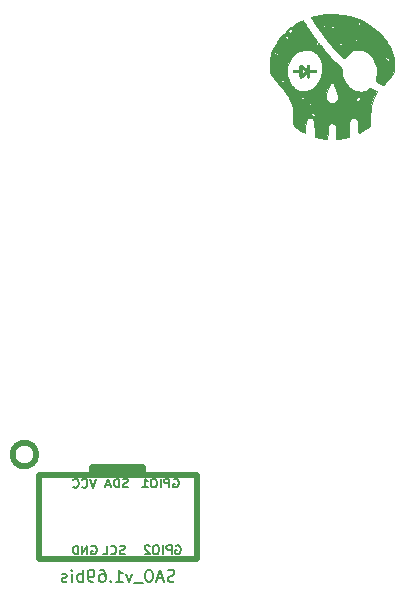
<source format=gbr>
G04 #@! TF.GenerationSoftware,KiCad,Pcbnew,(5.1.10)-1*
G04 #@! TF.CreationDate,2021-09-01T23:51:14-05:00*
G04 #@! TF.ProjectId,Bsides-KC-2021-Sumo-Logic-Sponsor-SAO-SVG2Shenzen v1_00 (Paths),42736964-6573-42d4-9b43-2d323032312d,rev?*
G04 #@! TF.SameCoordinates,Original*
G04 #@! TF.FileFunction,Legend,Bot*
G04 #@! TF.FilePolarity,Positive*
%FSLAX46Y46*%
G04 Gerber Fmt 4.6, Leading zero omitted, Abs format (unit mm)*
G04 Created by KiCad (PCBNEW (5.1.10)-1) date 2021-09-01 23:51:14*
%MOMM*%
%LPD*%
G01*
G04 APERTURE LIST*
%ADD10C,0.010000*%
%ADD11C,0.500000*%
%ADD12C,0.150000*%
G04 APERTURE END LIST*
D10*
G04 #@! TO.C,G\u002A\u002A\u002A*
G36*
X160906552Y-64092247D02*
G01*
X161049712Y-64188696D01*
X161075772Y-64207955D01*
X161320308Y-64390038D01*
X161339846Y-64221788D01*
X161359674Y-64113045D01*
X161392916Y-64063427D01*
X161437539Y-64053539D01*
X161482202Y-64063400D01*
X161508006Y-64104859D01*
X161521917Y-64195724D01*
X161527574Y-64283684D01*
X161539456Y-64513830D01*
X161788036Y-64490617D01*
X161935036Y-64481478D01*
X162024942Y-64489686D01*
X162077377Y-64517665D01*
X162086503Y-64527516D01*
X162115302Y-64601981D01*
X162095073Y-64652737D01*
X162056503Y-64688391D01*
X161986560Y-64705472D01*
X161866293Y-64707218D01*
X161794493Y-64704066D01*
X161535231Y-64690286D01*
X161535231Y-64884897D01*
X161522174Y-65027492D01*
X161486900Y-65117865D01*
X161435250Y-65146846D01*
X161385809Y-65119409D01*
X161353708Y-65050428D01*
X161339859Y-64947550D01*
X161339846Y-64944492D01*
X161334685Y-64857188D01*
X161322090Y-64816016D01*
X161320418Y-64815539D01*
X161281883Y-64837069D01*
X161197647Y-64894023D01*
X161084540Y-64974942D01*
X161062119Y-64991385D01*
X160929265Y-65087303D01*
X160843726Y-65142025D01*
X160791078Y-65162274D01*
X160756894Y-65154771D01*
X160740667Y-65141180D01*
X160726140Y-65090395D01*
X160716683Y-64987765D01*
X160714616Y-64903160D01*
X160714616Y-64691191D01*
X160470385Y-64699244D01*
X160304899Y-64703937D01*
X160203025Y-64701555D01*
X160150257Y-64687400D01*
X160132091Y-64656776D01*
X160134019Y-64604985D01*
X160134624Y-64599684D01*
X160910000Y-64599684D01*
X160912782Y-64740153D01*
X160929044Y-64813491D01*
X160970663Y-64823949D01*
X161049516Y-64775780D01*
X161158625Y-64688691D01*
X161270481Y-64597057D01*
X161139087Y-64498375D01*
X161020871Y-64411342D01*
X160952451Y-64376029D01*
X160920222Y-64398450D01*
X160910585Y-64484622D01*
X160910000Y-64599684D01*
X160134624Y-64599684D01*
X160135635Y-64590846D01*
X160148000Y-64483385D01*
X160714616Y-64511247D01*
X160714616Y-64290936D01*
X160722388Y-64149710D01*
X160751337Y-64070813D01*
X160809909Y-64052306D01*
X160906552Y-64092247D01*
G37*
X160906552Y-64092247D02*
X161049712Y-64188696D01*
X161075772Y-64207955D01*
X161320308Y-64390038D01*
X161339846Y-64221788D01*
X161359674Y-64113045D01*
X161392916Y-64063427D01*
X161437539Y-64053539D01*
X161482202Y-64063400D01*
X161508006Y-64104859D01*
X161521917Y-64195724D01*
X161527574Y-64283684D01*
X161539456Y-64513830D01*
X161788036Y-64490617D01*
X161935036Y-64481478D01*
X162024942Y-64489686D01*
X162077377Y-64517665D01*
X162086503Y-64527516D01*
X162115302Y-64601981D01*
X162095073Y-64652737D01*
X162056503Y-64688391D01*
X161986560Y-64705472D01*
X161866293Y-64707218D01*
X161794493Y-64704066D01*
X161535231Y-64690286D01*
X161535231Y-64884897D01*
X161522174Y-65027492D01*
X161486900Y-65117865D01*
X161435250Y-65146846D01*
X161385809Y-65119409D01*
X161353708Y-65050428D01*
X161339859Y-64947550D01*
X161339846Y-64944492D01*
X161334685Y-64857188D01*
X161322090Y-64816016D01*
X161320418Y-64815539D01*
X161281883Y-64837069D01*
X161197647Y-64894023D01*
X161084540Y-64974942D01*
X161062119Y-64991385D01*
X160929265Y-65087303D01*
X160843726Y-65142025D01*
X160791078Y-65162274D01*
X160756894Y-65154771D01*
X160740667Y-65141180D01*
X160726140Y-65090395D01*
X160716683Y-64987765D01*
X160714616Y-64903160D01*
X160714616Y-64691191D01*
X160470385Y-64699244D01*
X160304899Y-64703937D01*
X160203025Y-64701555D01*
X160150257Y-64687400D01*
X160132091Y-64656776D01*
X160134019Y-64604985D01*
X160134624Y-64599684D01*
X160910000Y-64599684D01*
X160912782Y-64740153D01*
X160929044Y-64813491D01*
X160970663Y-64823949D01*
X161049516Y-64775780D01*
X161158625Y-64688691D01*
X161270481Y-64597057D01*
X161139087Y-64498375D01*
X161020871Y-64411342D01*
X160952451Y-64376029D01*
X160920222Y-64398450D01*
X160910585Y-64484622D01*
X160910000Y-64599684D01*
X160134624Y-64599684D01*
X160135635Y-64590846D01*
X160148000Y-64483385D01*
X160714616Y-64511247D01*
X160714616Y-64290936D01*
X160722388Y-64149710D01*
X160751337Y-64070813D01*
X160809909Y-64052306D01*
X160906552Y-64092247D01*
G36*
X163323121Y-59779309D02*
G01*
X163589166Y-59785778D01*
X163625470Y-59786775D01*
X163935142Y-59796996D01*
X164186753Y-59810547D01*
X164400393Y-59830395D01*
X164596155Y-59859506D01*
X164794130Y-59900845D01*
X165014408Y-59957380D01*
X165266862Y-60029096D01*
X165785584Y-60216609D01*
X166300085Y-60472627D01*
X166795366Y-60788248D01*
X167256427Y-61154568D01*
X167423676Y-61309204D01*
X167685306Y-61571055D01*
X167887297Y-61793389D01*
X168028596Y-61974851D01*
X168108151Y-62114083D01*
X168124912Y-62209728D01*
X168124160Y-62213035D01*
X168117478Y-62301971D01*
X168148641Y-62336000D01*
X168200419Y-62312481D01*
X168234822Y-62309144D01*
X168280303Y-62356539D01*
X168343647Y-62463275D01*
X168389629Y-62552531D01*
X168456487Y-62697404D01*
X168506057Y-62826219D01*
X168529304Y-62914962D01*
X168530000Y-62925558D01*
X168542946Y-62996462D01*
X168565945Y-63018000D01*
X168595983Y-63054395D01*
X168630155Y-63153509D01*
X168665444Y-63300234D01*
X168698830Y-63479463D01*
X168727295Y-63676089D01*
X168747818Y-63875005D01*
X168753358Y-63955846D01*
X168751868Y-64288918D01*
X168709527Y-64583632D01*
X168628685Y-64827852D01*
X168561637Y-64946602D01*
X168498520Y-65027297D01*
X168397143Y-65145545D01*
X168273672Y-65282810D01*
X168190639Y-65371956D01*
X168073216Y-65499684D01*
X167979178Y-65608650D01*
X167919792Y-65685376D01*
X167904769Y-65713880D01*
X167878771Y-65748032D01*
X167798596Y-65739921D01*
X167660971Y-65688658D01*
X167465154Y-65594651D01*
X167311626Y-65513699D01*
X167218208Y-65448702D01*
X167175420Y-65380039D01*
X167173785Y-65288091D01*
X167203824Y-65153236D01*
X167220923Y-65089077D01*
X167251334Y-64893692D01*
X168334616Y-64893692D01*
X168364352Y-64931634D01*
X168373692Y-64932769D01*
X168411634Y-64903033D01*
X168412769Y-64893692D01*
X168383033Y-64855751D01*
X168373692Y-64854616D01*
X168335751Y-64884352D01*
X168334616Y-64893692D01*
X167251334Y-64893692D01*
X167274620Y-64744093D01*
X167259382Y-64386357D01*
X167179393Y-64030724D01*
X167156426Y-63975385D01*
X168569077Y-63975385D01*
X168588616Y-63994923D01*
X168608154Y-63975385D01*
X168588616Y-63955846D01*
X168569077Y-63975385D01*
X167156426Y-63975385D01*
X167038832Y-63692052D01*
X166841881Y-63385197D01*
X166729137Y-63257789D01*
X167851877Y-63257789D01*
X167856477Y-63296812D01*
X167904344Y-63383199D01*
X167994674Y-63511602D01*
X168002632Y-63522112D01*
X168119527Y-63659066D01*
X168217085Y-63740666D01*
X168288938Y-63763907D01*
X168319713Y-63734410D01*
X168425795Y-63734410D01*
X168431159Y-63757642D01*
X168451846Y-63760462D01*
X168484011Y-63746164D01*
X168477898Y-63734410D01*
X168431522Y-63729734D01*
X168425795Y-63734410D01*
X168319713Y-63734410D01*
X168328715Y-63725783D01*
X168334616Y-63678802D01*
X168305381Y-63598806D01*
X168236513Y-63515061D01*
X168156265Y-63458060D01*
X168121831Y-63449146D01*
X168071991Y-63423411D01*
X167995112Y-63361319D01*
X167975700Y-63343234D01*
X167891349Y-63271480D01*
X167851877Y-63257789D01*
X166729137Y-63257789D01*
X166694528Y-63218679D01*
X166652093Y-63181360D01*
X167986518Y-63181360D01*
X168014515Y-63208489D01*
X168022000Y-63213385D01*
X168080801Y-63247506D01*
X168098926Y-63237358D01*
X168100154Y-63213385D01*
X168067934Y-63180541D01*
X168031769Y-63174906D01*
X167986518Y-63181360D01*
X166652093Y-63181360D01*
X166556496Y-63097289D01*
X166396706Y-62979780D01*
X166300325Y-62920308D01*
X166195235Y-62865810D01*
X166103959Y-62831400D01*
X166003025Y-62812515D01*
X165868957Y-62804597D01*
X165696923Y-62803077D01*
X165511261Y-62805040D01*
X165381548Y-62813664D01*
X165285621Y-62833055D01*
X165201317Y-62867317D01*
X165126406Y-62908747D01*
X165010239Y-62990912D01*
X164871923Y-63108775D01*
X164739585Y-63238201D01*
X164727930Y-63250670D01*
X164622742Y-63359790D01*
X164535351Y-63442223D01*
X164480589Y-63484246D01*
X164472617Y-63486923D01*
X164431464Y-63459368D01*
X164347052Y-63382907D01*
X164228270Y-63266843D01*
X164084007Y-63120480D01*
X163923151Y-62953124D01*
X163754594Y-62774077D01*
X163587222Y-62592646D01*
X163429927Y-62418133D01*
X163322091Y-62294736D01*
X164106073Y-62294736D01*
X164118082Y-62365479D01*
X164123441Y-62377670D01*
X164157823Y-62436905D01*
X164199737Y-62438746D01*
X164257472Y-62404524D01*
X164320211Y-62356109D01*
X164321898Y-62315729D01*
X164287342Y-62272431D01*
X164223973Y-62225390D01*
X164158213Y-62242577D01*
X164153310Y-62245577D01*
X164106073Y-62294736D01*
X163322091Y-62294736D01*
X163291597Y-62259843D01*
X163258426Y-62220522D01*
X165680299Y-62220522D01*
X165694258Y-62252850D01*
X165738791Y-62292286D01*
X165802601Y-62328477D01*
X165830778Y-62330555D01*
X165816819Y-62298228D01*
X165772286Y-62258791D01*
X165708477Y-62222600D01*
X165680299Y-62220522D01*
X163258426Y-62220522D01*
X163226123Y-62182231D01*
X163174926Y-62119231D01*
X167631231Y-62119231D01*
X167645529Y-62151396D01*
X167657282Y-62145282D01*
X167661959Y-62098907D01*
X167657282Y-62093180D01*
X167634051Y-62098544D01*
X167631231Y-62119231D01*
X163174926Y-62119231D01*
X163063780Y-61982462D01*
X163332769Y-61982462D01*
X163352308Y-62002000D01*
X163371846Y-61982462D01*
X163352308Y-61962923D01*
X163332769Y-61982462D01*
X163063780Y-61982462D01*
X163027095Y-61937320D01*
X162970694Y-61865437D01*
X165456757Y-61865437D01*
X165458967Y-61951545D01*
X165461213Y-61958990D01*
X165500654Y-62030192D01*
X165553889Y-62025771D01*
X165602740Y-61978233D01*
X165632494Y-61922763D01*
X165599811Y-61875795D01*
X165580318Y-61860856D01*
X165502090Y-61831184D01*
X165456757Y-61865437D01*
X162970694Y-61865437D01*
X162939872Y-61826154D01*
X167826616Y-61826154D01*
X167846154Y-61845692D01*
X167865692Y-61826154D01*
X167846154Y-61806616D01*
X167826616Y-61826154D01*
X162939872Y-61826154D01*
X162823507Y-61677848D01*
X162784865Y-61627085D01*
X165180977Y-61627085D01*
X165208462Y-61650308D01*
X165270814Y-61685454D01*
X165279121Y-61672217D01*
X165274238Y-61663333D01*
X166081180Y-61663333D01*
X166086544Y-61686565D01*
X166107231Y-61689385D01*
X166139396Y-61675087D01*
X166133282Y-61663333D01*
X166086907Y-61658657D01*
X166081180Y-61663333D01*
X165274238Y-61663333D01*
X165267077Y-61650308D01*
X165210008Y-61613155D01*
X165196386Y-61611829D01*
X165180977Y-61627085D01*
X162784865Y-61627085D01*
X162652503Y-61453205D01*
X163729109Y-61453205D01*
X163741864Y-61492038D01*
X163790632Y-61515927D01*
X163807797Y-61509765D01*
X163824244Y-61468336D01*
X163805749Y-61443349D01*
X163753213Y-61420966D01*
X163729109Y-61453205D01*
X162652503Y-61453205D01*
X162621198Y-61412082D01*
X162594292Y-61375720D01*
X164865929Y-61375720D01*
X164908187Y-61425178D01*
X164915848Y-61430891D01*
X164992356Y-61463928D01*
X165057347Y-61458821D01*
X165083816Y-61419964D01*
X165080787Y-61404054D01*
X165029491Y-61336421D01*
X164953530Y-61307416D01*
X164889253Y-61328655D01*
X164865929Y-61375720D01*
X162594292Y-61375720D01*
X162482130Y-61224142D01*
X163178357Y-61224142D01*
X163190897Y-61279869D01*
X163230398Y-61320983D01*
X163256237Y-61317152D01*
X163274032Y-61273373D01*
X163250945Y-61235577D01*
X163199258Y-61196938D01*
X163178357Y-61224142D01*
X162482130Y-61224142D01*
X162426003Y-61148291D01*
X162379571Y-61083692D01*
X163137385Y-61083692D01*
X163156923Y-61103231D01*
X163176462Y-61083692D01*
X163156923Y-61064154D01*
X163137385Y-61083692D01*
X162379571Y-61083692D01*
X162335873Y-61022896D01*
X166280751Y-61022896D01*
X166290652Y-61039165D01*
X166347377Y-61062937D01*
X166379635Y-61021111D01*
X166380769Y-61005539D01*
X166360892Y-60953518D01*
X166343999Y-60946923D01*
X166292971Y-60972779D01*
X166280751Y-61022896D01*
X162335873Y-61022896D01*
X162243760Y-60894745D01*
X162229952Y-60874890D01*
X163423980Y-60874890D01*
X163435869Y-60927385D01*
X163490845Y-60977495D01*
X163579822Y-60977780D01*
X163639650Y-60951294D01*
X163672268Y-60908227D01*
X163649465Y-60837333D01*
X163648044Y-60834662D01*
X163581372Y-60766092D01*
X163505999Y-60756847D01*
X163445633Y-60796566D01*
X163423980Y-60874890D01*
X162229952Y-60874890D01*
X162151807Y-60762524D01*
X162697849Y-60762524D01*
X162733928Y-60810259D01*
X162739314Y-60814270D01*
X162809341Y-60842289D01*
X162866571Y-60832815D01*
X162883750Y-60793269D01*
X162877076Y-60776752D01*
X162817860Y-60685998D01*
X162773821Y-60660822D01*
X162731071Y-60694253D01*
X162726038Y-60700953D01*
X162697849Y-60762524D01*
X162151807Y-60762524D01*
X162080306Y-60659713D01*
X161975128Y-60501940D01*
X162447433Y-60501940D01*
X162453539Y-60517077D01*
X162488653Y-60554356D01*
X162494922Y-60556154D01*
X162511706Y-60525920D01*
X162512154Y-60517077D01*
X162498103Y-60499502D01*
X165653283Y-60499502D01*
X165678456Y-60568559D01*
X165699353Y-60592269D01*
X165782286Y-60651707D01*
X165838932Y-60638660D01*
X165865050Y-60567956D01*
X165847878Y-60495851D01*
X165787571Y-60464835D01*
X165692879Y-60460269D01*
X165653283Y-60499502D01*
X162498103Y-60499502D01*
X162482113Y-60479502D01*
X162470771Y-60478000D01*
X162447433Y-60501940D01*
X161975128Y-60501940D01*
X161941477Y-60451463D01*
X161833110Y-60278263D01*
X161761043Y-60148384D01*
X161731111Y-60070094D01*
X161730615Y-60063599D01*
X161734288Y-60033113D01*
X161752815Y-60008372D01*
X161797461Y-59985655D01*
X161879491Y-59961238D01*
X162010169Y-59931401D01*
X162200760Y-59892421D01*
X162320818Y-59868581D01*
X162506574Y-59832848D01*
X162661004Y-59806951D01*
X162801991Y-59789771D01*
X162947417Y-59780184D01*
X163115166Y-59777071D01*
X163323121Y-59779309D01*
G37*
X163323121Y-59779309D02*
X163589166Y-59785778D01*
X163625470Y-59786775D01*
X163935142Y-59796996D01*
X164186753Y-59810547D01*
X164400393Y-59830395D01*
X164596155Y-59859506D01*
X164794130Y-59900845D01*
X165014408Y-59957380D01*
X165266862Y-60029096D01*
X165785584Y-60216609D01*
X166300085Y-60472627D01*
X166795366Y-60788248D01*
X167256427Y-61154568D01*
X167423676Y-61309204D01*
X167685306Y-61571055D01*
X167887297Y-61793389D01*
X168028596Y-61974851D01*
X168108151Y-62114083D01*
X168124912Y-62209728D01*
X168124160Y-62213035D01*
X168117478Y-62301971D01*
X168148641Y-62336000D01*
X168200419Y-62312481D01*
X168234822Y-62309144D01*
X168280303Y-62356539D01*
X168343647Y-62463275D01*
X168389629Y-62552531D01*
X168456487Y-62697404D01*
X168506057Y-62826219D01*
X168529304Y-62914962D01*
X168530000Y-62925558D01*
X168542946Y-62996462D01*
X168565945Y-63018000D01*
X168595983Y-63054395D01*
X168630155Y-63153509D01*
X168665444Y-63300234D01*
X168698830Y-63479463D01*
X168727295Y-63676089D01*
X168747818Y-63875005D01*
X168753358Y-63955846D01*
X168751868Y-64288918D01*
X168709527Y-64583632D01*
X168628685Y-64827852D01*
X168561637Y-64946602D01*
X168498520Y-65027297D01*
X168397143Y-65145545D01*
X168273672Y-65282810D01*
X168190639Y-65371956D01*
X168073216Y-65499684D01*
X167979178Y-65608650D01*
X167919792Y-65685376D01*
X167904769Y-65713880D01*
X167878771Y-65748032D01*
X167798596Y-65739921D01*
X167660971Y-65688658D01*
X167465154Y-65594651D01*
X167311626Y-65513699D01*
X167218208Y-65448702D01*
X167175420Y-65380039D01*
X167173785Y-65288091D01*
X167203824Y-65153236D01*
X167220923Y-65089077D01*
X167251334Y-64893692D01*
X168334616Y-64893692D01*
X168364352Y-64931634D01*
X168373692Y-64932769D01*
X168411634Y-64903033D01*
X168412769Y-64893692D01*
X168383033Y-64855751D01*
X168373692Y-64854616D01*
X168335751Y-64884352D01*
X168334616Y-64893692D01*
X167251334Y-64893692D01*
X167274620Y-64744093D01*
X167259382Y-64386357D01*
X167179393Y-64030724D01*
X167156426Y-63975385D01*
X168569077Y-63975385D01*
X168588616Y-63994923D01*
X168608154Y-63975385D01*
X168588616Y-63955846D01*
X168569077Y-63975385D01*
X167156426Y-63975385D01*
X167038832Y-63692052D01*
X166841881Y-63385197D01*
X166729137Y-63257789D01*
X167851877Y-63257789D01*
X167856477Y-63296812D01*
X167904344Y-63383199D01*
X167994674Y-63511602D01*
X168002632Y-63522112D01*
X168119527Y-63659066D01*
X168217085Y-63740666D01*
X168288938Y-63763907D01*
X168319713Y-63734410D01*
X168425795Y-63734410D01*
X168431159Y-63757642D01*
X168451846Y-63760462D01*
X168484011Y-63746164D01*
X168477898Y-63734410D01*
X168431522Y-63729734D01*
X168425795Y-63734410D01*
X168319713Y-63734410D01*
X168328715Y-63725783D01*
X168334616Y-63678802D01*
X168305381Y-63598806D01*
X168236513Y-63515061D01*
X168156265Y-63458060D01*
X168121831Y-63449146D01*
X168071991Y-63423411D01*
X167995112Y-63361319D01*
X167975700Y-63343234D01*
X167891349Y-63271480D01*
X167851877Y-63257789D01*
X166729137Y-63257789D01*
X166694528Y-63218679D01*
X166652093Y-63181360D01*
X167986518Y-63181360D01*
X168014515Y-63208489D01*
X168022000Y-63213385D01*
X168080801Y-63247506D01*
X168098926Y-63237358D01*
X168100154Y-63213385D01*
X168067934Y-63180541D01*
X168031769Y-63174906D01*
X167986518Y-63181360D01*
X166652093Y-63181360D01*
X166556496Y-63097289D01*
X166396706Y-62979780D01*
X166300325Y-62920308D01*
X166195235Y-62865810D01*
X166103959Y-62831400D01*
X166003025Y-62812515D01*
X165868957Y-62804597D01*
X165696923Y-62803077D01*
X165511261Y-62805040D01*
X165381548Y-62813664D01*
X165285621Y-62833055D01*
X165201317Y-62867317D01*
X165126406Y-62908747D01*
X165010239Y-62990912D01*
X164871923Y-63108775D01*
X164739585Y-63238201D01*
X164727930Y-63250670D01*
X164622742Y-63359790D01*
X164535351Y-63442223D01*
X164480589Y-63484246D01*
X164472617Y-63486923D01*
X164431464Y-63459368D01*
X164347052Y-63382907D01*
X164228270Y-63266843D01*
X164084007Y-63120480D01*
X163923151Y-62953124D01*
X163754594Y-62774077D01*
X163587222Y-62592646D01*
X163429927Y-62418133D01*
X163322091Y-62294736D01*
X164106073Y-62294736D01*
X164118082Y-62365479D01*
X164123441Y-62377670D01*
X164157823Y-62436905D01*
X164199737Y-62438746D01*
X164257472Y-62404524D01*
X164320211Y-62356109D01*
X164321898Y-62315729D01*
X164287342Y-62272431D01*
X164223973Y-62225390D01*
X164158213Y-62242577D01*
X164153310Y-62245577D01*
X164106073Y-62294736D01*
X163322091Y-62294736D01*
X163291597Y-62259843D01*
X163258426Y-62220522D01*
X165680299Y-62220522D01*
X165694258Y-62252850D01*
X165738791Y-62292286D01*
X165802601Y-62328477D01*
X165830778Y-62330555D01*
X165816819Y-62298228D01*
X165772286Y-62258791D01*
X165708477Y-62222600D01*
X165680299Y-62220522D01*
X163258426Y-62220522D01*
X163226123Y-62182231D01*
X163174926Y-62119231D01*
X167631231Y-62119231D01*
X167645529Y-62151396D01*
X167657282Y-62145282D01*
X167661959Y-62098907D01*
X167657282Y-62093180D01*
X167634051Y-62098544D01*
X167631231Y-62119231D01*
X163174926Y-62119231D01*
X163063780Y-61982462D01*
X163332769Y-61982462D01*
X163352308Y-62002000D01*
X163371846Y-61982462D01*
X163352308Y-61962923D01*
X163332769Y-61982462D01*
X163063780Y-61982462D01*
X163027095Y-61937320D01*
X162970694Y-61865437D01*
X165456757Y-61865437D01*
X165458967Y-61951545D01*
X165461213Y-61958990D01*
X165500654Y-62030192D01*
X165553889Y-62025771D01*
X165602740Y-61978233D01*
X165632494Y-61922763D01*
X165599811Y-61875795D01*
X165580318Y-61860856D01*
X165502090Y-61831184D01*
X165456757Y-61865437D01*
X162970694Y-61865437D01*
X162939872Y-61826154D01*
X167826616Y-61826154D01*
X167846154Y-61845692D01*
X167865692Y-61826154D01*
X167846154Y-61806616D01*
X167826616Y-61826154D01*
X162939872Y-61826154D01*
X162823507Y-61677848D01*
X162784865Y-61627085D01*
X165180977Y-61627085D01*
X165208462Y-61650308D01*
X165270814Y-61685454D01*
X165279121Y-61672217D01*
X165274238Y-61663333D01*
X166081180Y-61663333D01*
X166086544Y-61686565D01*
X166107231Y-61689385D01*
X166139396Y-61675087D01*
X166133282Y-61663333D01*
X166086907Y-61658657D01*
X166081180Y-61663333D01*
X165274238Y-61663333D01*
X165267077Y-61650308D01*
X165210008Y-61613155D01*
X165196386Y-61611829D01*
X165180977Y-61627085D01*
X162784865Y-61627085D01*
X162652503Y-61453205D01*
X163729109Y-61453205D01*
X163741864Y-61492038D01*
X163790632Y-61515927D01*
X163807797Y-61509765D01*
X163824244Y-61468336D01*
X163805749Y-61443349D01*
X163753213Y-61420966D01*
X163729109Y-61453205D01*
X162652503Y-61453205D01*
X162621198Y-61412082D01*
X162594292Y-61375720D01*
X164865929Y-61375720D01*
X164908187Y-61425178D01*
X164915848Y-61430891D01*
X164992356Y-61463928D01*
X165057347Y-61458821D01*
X165083816Y-61419964D01*
X165080787Y-61404054D01*
X165029491Y-61336421D01*
X164953530Y-61307416D01*
X164889253Y-61328655D01*
X164865929Y-61375720D01*
X162594292Y-61375720D01*
X162482130Y-61224142D01*
X163178357Y-61224142D01*
X163190897Y-61279869D01*
X163230398Y-61320983D01*
X163256237Y-61317152D01*
X163274032Y-61273373D01*
X163250945Y-61235577D01*
X163199258Y-61196938D01*
X163178357Y-61224142D01*
X162482130Y-61224142D01*
X162426003Y-61148291D01*
X162379571Y-61083692D01*
X163137385Y-61083692D01*
X163156923Y-61103231D01*
X163176462Y-61083692D01*
X163156923Y-61064154D01*
X163137385Y-61083692D01*
X162379571Y-61083692D01*
X162335873Y-61022896D01*
X166280751Y-61022896D01*
X166290652Y-61039165D01*
X166347377Y-61062937D01*
X166379635Y-61021111D01*
X166380769Y-61005539D01*
X166360892Y-60953518D01*
X166343999Y-60946923D01*
X166292971Y-60972779D01*
X166280751Y-61022896D01*
X162335873Y-61022896D01*
X162243760Y-60894745D01*
X162229952Y-60874890D01*
X163423980Y-60874890D01*
X163435869Y-60927385D01*
X163490845Y-60977495D01*
X163579822Y-60977780D01*
X163639650Y-60951294D01*
X163672268Y-60908227D01*
X163649465Y-60837333D01*
X163648044Y-60834662D01*
X163581372Y-60766092D01*
X163505999Y-60756847D01*
X163445633Y-60796566D01*
X163423980Y-60874890D01*
X162229952Y-60874890D01*
X162151807Y-60762524D01*
X162697849Y-60762524D01*
X162733928Y-60810259D01*
X162739314Y-60814270D01*
X162809341Y-60842289D01*
X162866571Y-60832815D01*
X162883750Y-60793269D01*
X162877076Y-60776752D01*
X162817860Y-60685998D01*
X162773821Y-60660822D01*
X162731071Y-60694253D01*
X162726038Y-60700953D01*
X162697849Y-60762524D01*
X162151807Y-60762524D01*
X162080306Y-60659713D01*
X161975128Y-60501940D01*
X162447433Y-60501940D01*
X162453539Y-60517077D01*
X162488653Y-60554356D01*
X162494922Y-60556154D01*
X162511706Y-60525920D01*
X162512154Y-60517077D01*
X162498103Y-60499502D01*
X165653283Y-60499502D01*
X165678456Y-60568559D01*
X165699353Y-60592269D01*
X165782286Y-60651707D01*
X165838932Y-60638660D01*
X165865050Y-60567956D01*
X165847878Y-60495851D01*
X165787571Y-60464835D01*
X165692879Y-60460269D01*
X165653283Y-60499502D01*
X162498103Y-60499502D01*
X162482113Y-60479502D01*
X162470771Y-60478000D01*
X162447433Y-60501940D01*
X161975128Y-60501940D01*
X161941477Y-60451463D01*
X161833110Y-60278263D01*
X161761043Y-60148384D01*
X161731111Y-60070094D01*
X161730615Y-60063599D01*
X161734288Y-60033113D01*
X161752815Y-60008372D01*
X161797461Y-59985655D01*
X161879491Y-59961238D01*
X162010169Y-59931401D01*
X162200760Y-59892421D01*
X162320818Y-59868581D01*
X162506574Y-59832848D01*
X162661004Y-59806951D01*
X162801991Y-59789771D01*
X162947417Y-59780184D01*
X163115166Y-59777071D01*
X163323121Y-59779309D01*
G36*
X161011073Y-60292509D02*
G01*
X161036923Y-60330288D01*
X161095601Y-60421596D01*
X161178870Y-60553466D01*
X161278495Y-60712929D01*
X161297564Y-60743619D01*
X161430109Y-60949880D01*
X161590154Y-61187991D01*
X161757270Y-61428074D01*
X161907009Y-61634858D01*
X162040408Y-61816544D01*
X162130648Y-61946322D01*
X162183030Y-62033602D01*
X162202851Y-62087794D01*
X162195410Y-62118309D01*
X162184151Y-62127066D01*
X162140516Y-62180662D01*
X162122723Y-62257535D01*
X162132744Y-62325657D01*
X162170231Y-62353094D01*
X162266363Y-62319207D01*
X162320833Y-62245769D01*
X162349976Y-62249800D01*
X162412648Y-62305474D01*
X162496323Y-62401294D01*
X162512308Y-62421483D01*
X162690668Y-62639447D01*
X162911488Y-62893069D01*
X163159159Y-63165703D01*
X163418073Y-63440699D01*
X163672620Y-63701409D01*
X163907193Y-63931187D01*
X164062356Y-64074752D01*
X164169139Y-64174374D01*
X164231380Y-64252993D01*
X164264420Y-64339827D01*
X164283599Y-64464093D01*
X164288044Y-64504598D01*
X164363027Y-64936584D01*
X164488822Y-65315293D01*
X164663555Y-65638282D01*
X164885354Y-65903106D01*
X165152347Y-66107321D01*
X165462659Y-66248482D01*
X165664428Y-66301030D01*
X165949268Y-66323252D01*
X166226684Y-66273420D01*
X166508300Y-66149386D01*
X166519825Y-66142846D01*
X166723304Y-66026427D01*
X167021526Y-66168051D01*
X167319747Y-66309676D01*
X167199450Y-66510223D01*
X167043660Y-66786776D01*
X166924358Y-67043046D01*
X166837278Y-67296462D01*
X166778152Y-67564454D01*
X166742713Y-67864453D01*
X166726694Y-68213887D01*
X166724623Y-68449692D01*
X166721935Y-68744427D01*
X166712925Y-68966741D01*
X166697229Y-69122139D01*
X166674481Y-69216126D01*
X166673790Y-69217805D01*
X166635405Y-69281654D01*
X166567107Y-69348199D01*
X166457129Y-69426392D01*
X166293706Y-69525183D01*
X166198676Y-69579261D01*
X166033015Y-69670443D01*
X165890098Y-69745491D01*
X165784625Y-69796936D01*
X165731294Y-69817308D01*
X165730065Y-69817379D01*
X165708715Y-69784905D01*
X165692001Y-69685032D01*
X165679513Y-69514096D01*
X165671450Y-69292648D01*
X165664453Y-69074114D01*
X165655171Y-68918608D01*
X165641326Y-68811003D01*
X165620639Y-68736174D01*
X165590834Y-68678993D01*
X165575829Y-68657648D01*
X165463296Y-68563712D01*
X165429243Y-68555550D01*
X165958105Y-68555550D01*
X165977789Y-68580763D01*
X166035951Y-68595633D01*
X166089452Y-68554457D01*
X166098276Y-68535173D01*
X166079014Y-68498302D01*
X166032333Y-68488769D01*
X165962038Y-68507674D01*
X165958105Y-68555550D01*
X165429243Y-68555550D01*
X165325709Y-68530735D01*
X165183549Y-68556154D01*
X165057297Y-68637409D01*
X164986510Y-68731321D01*
X164959851Y-68792147D01*
X164940779Y-68869039D01*
X164928087Y-68975281D01*
X164920568Y-69124153D01*
X164917016Y-69328940D01*
X164916254Y-69504769D01*
X164915385Y-70149539D01*
X164524616Y-70237659D01*
X164340461Y-70274727D01*
X164166940Y-70301877D01*
X164029468Y-70315478D01*
X163977539Y-70315813D01*
X163821231Y-70305846D01*
X163820030Y-69816128D01*
X163817818Y-69602371D01*
X163810974Y-69449974D01*
X163797347Y-69342184D01*
X163774787Y-69262244D01*
X163741144Y-69193403D01*
X163739812Y-69191112D01*
X163633322Y-69068862D01*
X163503515Y-69007448D01*
X163368322Y-69008460D01*
X163245674Y-69073486D01*
X163186725Y-69142111D01*
X163157197Y-69201996D01*
X163135870Y-69286548D01*
X163120970Y-69409655D01*
X163110720Y-69585201D01*
X163104330Y-69786259D01*
X163090813Y-70325385D01*
X162928484Y-70322278D01*
X162797307Y-70311679D01*
X162634697Y-70287794D01*
X162531692Y-70267715D01*
X162378460Y-70233117D01*
X162233795Y-70198874D01*
X162160462Y-70180513D01*
X162023692Y-70144767D01*
X162000887Y-69499487D01*
X161990262Y-69242948D01*
X161978016Y-69050966D01*
X161962484Y-68909947D01*
X161942005Y-68806294D01*
X161914914Y-68726412D01*
X161903194Y-68700796D01*
X161846769Y-68602308D01*
X161784446Y-68555138D01*
X161683983Y-68537022D01*
X161663724Y-68535442D01*
X161515041Y-68538833D01*
X161402061Y-68578509D01*
X161320586Y-68662162D01*
X161266417Y-68797483D01*
X161235355Y-68992165D01*
X161223202Y-69253900D01*
X161222616Y-69343631D01*
X161222616Y-69815450D01*
X161115154Y-69774929D01*
X160988875Y-69718894D01*
X160836905Y-69638944D01*
X160674592Y-69544777D01*
X160517280Y-69446092D01*
X160380317Y-69352587D01*
X160279048Y-69273960D01*
X160228820Y-69219908D01*
X160226311Y-69213209D01*
X160220125Y-69149506D01*
X160213285Y-69021919D01*
X160206359Y-68844708D01*
X160199914Y-68632134D01*
X160195453Y-68442816D01*
X162141287Y-68442816D01*
X162153099Y-68480517D01*
X162207275Y-68551935D01*
X162245594Y-68593662D01*
X162347365Y-68687915D01*
X162411500Y-68723136D01*
X162433999Y-68697137D01*
X162434000Y-68696698D01*
X162408023Y-68654087D01*
X162344536Y-68588441D01*
X162265205Y-68518552D01*
X162191697Y-68463212D01*
X162145676Y-68441213D01*
X162141287Y-68442816D01*
X160195453Y-68442816D01*
X160195258Y-68434555D01*
X165104663Y-68434555D01*
X165110769Y-68449692D01*
X165145884Y-68486971D01*
X165152152Y-68488769D01*
X165168937Y-68458536D01*
X165169385Y-68449692D01*
X165139344Y-68412117D01*
X165128002Y-68410616D01*
X165104663Y-68434555D01*
X160195258Y-68434555D01*
X160195154Y-68430154D01*
X160189423Y-68176855D01*
X160188167Y-68141924D01*
X161620692Y-68141924D01*
X161654012Y-68205720D01*
X161740385Y-68292790D01*
X161827691Y-68369648D01*
X161879564Y-68402140D01*
X161917565Y-68399378D01*
X161948389Y-68380709D01*
X161970653Y-68354442D01*
X162206396Y-68354442D01*
X162220308Y-68368879D01*
X162246079Y-68370296D01*
X162317647Y-68349541D01*
X162337915Y-68329862D01*
X162352661Y-68279692D01*
X162316215Y-68276255D01*
X162255301Y-68312084D01*
X162206396Y-68354442D01*
X161970653Y-68354442D01*
X162012740Y-68304788D01*
X162010967Y-68224456D01*
X161987194Y-68195692D01*
X165169385Y-68195692D01*
X165188923Y-68215231D01*
X165208462Y-68195692D01*
X165188923Y-68176154D01*
X165169385Y-68195692D01*
X161987194Y-68195692D01*
X161952809Y-68154090D01*
X161848006Y-68108064D01*
X161756846Y-68098000D01*
X161654803Y-68107993D01*
X161620692Y-68141924D01*
X160188167Y-68141924D01*
X160182490Y-67984183D01*
X160181424Y-67969080D01*
X165759369Y-67969080D01*
X165777360Y-67980351D01*
X165794616Y-67980769D01*
X165832557Y-67951033D01*
X165833692Y-67941692D01*
X165866421Y-67909943D01*
X165911846Y-67902616D01*
X165975488Y-67878568D01*
X165984663Y-67823484D01*
X165938770Y-67762955D01*
X165915472Y-67748248D01*
X165860425Y-67731830D01*
X165823588Y-67767913D01*
X165798241Y-67830858D01*
X165766159Y-67926292D01*
X165759369Y-67969080D01*
X160181424Y-67969080D01*
X160175350Y-67883077D01*
X161261692Y-67883077D01*
X161281231Y-67902616D01*
X161300769Y-67883077D01*
X161281231Y-67863539D01*
X161261692Y-67883077D01*
X160175350Y-67883077D01*
X160171927Y-67834621D01*
X160155306Y-67710653D01*
X160130202Y-67594760D01*
X160100762Y-67492308D01*
X160753692Y-67492308D01*
X160773231Y-67511846D01*
X160792769Y-67492308D01*
X165755539Y-67492308D01*
X165775077Y-67511846D01*
X165794616Y-67492308D01*
X165775077Y-67472769D01*
X165755539Y-67492308D01*
X160792769Y-67492308D01*
X160773231Y-67472769D01*
X160753692Y-67492308D01*
X160100762Y-67492308D01*
X160094186Y-67469426D01*
X160076274Y-67414154D01*
X160870923Y-67414154D01*
X160890462Y-67433692D01*
X160892768Y-67431386D01*
X162238616Y-67431386D01*
X162266982Y-67471179D01*
X162277692Y-67472769D01*
X162315753Y-67459437D01*
X162316769Y-67455537D01*
X162289387Y-67422174D01*
X162277692Y-67414154D01*
X162241684Y-67417252D01*
X162238616Y-67431386D01*
X160892768Y-67431386D01*
X160910000Y-67414154D01*
X160890462Y-67394616D01*
X160870923Y-67414154D01*
X160076274Y-67414154D01*
X160044831Y-67317134D01*
X160044609Y-67316462D01*
X160714616Y-67316462D01*
X160728913Y-67348626D01*
X160740667Y-67342513D01*
X160742814Y-67321216D01*
X161516804Y-67321216D01*
X161523098Y-67352440D01*
X161564023Y-67405698D01*
X161630843Y-67427074D01*
X161693744Y-67415929D01*
X161722913Y-67371628D01*
X161721717Y-67356685D01*
X161678826Y-67308334D01*
X161606338Y-67284853D01*
X161533040Y-67285213D01*
X161516804Y-67321216D01*
X160742814Y-67321216D01*
X160745344Y-67296138D01*
X160740667Y-67290410D01*
X160717436Y-67295774D01*
X160714616Y-67316462D01*
X160044609Y-67316462D01*
X160038132Y-67296923D01*
X159942181Y-67034744D01*
X159864066Y-66866504D01*
X160841408Y-66866504D01*
X160849178Y-66911406D01*
X160919769Y-66934775D01*
X161007517Y-66920480D01*
X161080483Y-66865824D01*
X161086026Y-66852323D01*
X161965077Y-66852323D01*
X161991286Y-66884509D01*
X162045497Y-66878529D01*
X162091084Y-66840164D01*
X162094973Y-66831820D01*
X162100868Y-66769435D01*
X162095990Y-66759893D01*
X162946575Y-66759893D01*
X162974978Y-66933557D01*
X163020369Y-67043345D01*
X163136533Y-67198735D01*
X163285441Y-67291053D01*
X163452234Y-67317213D01*
X163622050Y-67274134D01*
X163743713Y-67193430D01*
X163871966Y-67064777D01*
X163883482Y-67046651D01*
X165502893Y-67046651D01*
X165506977Y-67084533D01*
X165552063Y-67093843D01*
X165646858Y-67080437D01*
X165769060Y-67042092D01*
X165869256Y-66984362D01*
X165882038Y-66972869D01*
X165961048Y-66893858D01*
X165835777Y-66829078D01*
X165745758Y-66788994D01*
X165683699Y-66789309D01*
X165615792Y-66826358D01*
X165545960Y-66886620D01*
X165518087Y-66936362D01*
X165508074Y-67017388D01*
X165502893Y-67046651D01*
X163883482Y-67046651D01*
X163953159Y-66936990D01*
X163988584Y-66796392D01*
X163983947Y-66710769D01*
X165794616Y-66710769D01*
X165814154Y-66730308D01*
X165833692Y-66710769D01*
X165814154Y-66691231D01*
X165794616Y-66710769D01*
X163983947Y-66710769D01*
X163979534Y-66629305D01*
X163927301Y-66422054D01*
X163839665Y-66177583D01*
X163751676Y-65954037D01*
X163685037Y-65793246D01*
X163634120Y-65684615D01*
X163593298Y-65617549D01*
X163556944Y-65581452D01*
X163519432Y-65565729D01*
X163514134Y-65564621D01*
X163425619Y-65580291D01*
X163334361Y-65662891D01*
X163238636Y-65815127D01*
X163136720Y-66039702D01*
X163034452Y-66317075D01*
X162966287Y-66560243D01*
X162946575Y-66759893D01*
X162095990Y-66759893D01*
X162092980Y-66754006D01*
X162049902Y-66755321D01*
X161996128Y-66794733D01*
X161965575Y-66846171D01*
X161965077Y-66852323D01*
X161086026Y-66852323D01*
X161105385Y-66805174D01*
X161074801Y-66762973D01*
X161004555Y-66753148D01*
X160926901Y-66777487D01*
X160904349Y-66794037D01*
X160841408Y-66866504D01*
X159864066Y-66866504D01*
X159835280Y-66804509D01*
X159705533Y-66586603D01*
X159697083Y-66575034D01*
X161736087Y-66575034D01*
X161738615Y-66588638D01*
X161764708Y-66622846D01*
X161824254Y-66677710D01*
X161859144Y-66691231D01*
X161886682Y-66683550D01*
X161883667Y-66680173D01*
X161842954Y-66650990D01*
X161789231Y-66611789D01*
X161736087Y-66575034D01*
X159697083Y-66575034D01*
X159610700Y-66456769D01*
X159894000Y-66456769D01*
X159908298Y-66488934D01*
X159920051Y-66482821D01*
X159924728Y-66436445D01*
X159920051Y-66430718D01*
X159896820Y-66436082D01*
X159894000Y-66456769D01*
X159610700Y-66456769D01*
X159541047Y-66361409D01*
X159510104Y-66324460D01*
X162282415Y-66324460D01*
X162292072Y-66378412D01*
X162302681Y-66390579D01*
X162351393Y-66398482D01*
X162390889Y-66358875D01*
X162394923Y-66337232D01*
X162363238Y-66304599D01*
X162336308Y-66300462D01*
X162282415Y-66324460D01*
X159510104Y-66324460D01*
X159329926Y-66109310D01*
X159291763Y-66066000D01*
X159425077Y-66066000D01*
X159456728Y-66100668D01*
X159483692Y-66105077D01*
X159535695Y-66083977D01*
X159542308Y-66066000D01*
X159510657Y-66031332D01*
X159483692Y-66026923D01*
X159431690Y-66048024D01*
X159425077Y-66066000D01*
X159291763Y-66066000D01*
X159025146Y-65764740D01*
X158805603Y-65513937D01*
X158777738Y-65481109D01*
X159119982Y-65481109D01*
X159162825Y-65504340D01*
X159223645Y-65500450D01*
X159314609Y-65497943D01*
X159367810Y-65521110D01*
X159367984Y-65521387D01*
X159398762Y-65555409D01*
X159404081Y-65518795D01*
X159383984Y-65414787D01*
X159375639Y-65382154D01*
X159464154Y-65382154D01*
X159483692Y-65401692D01*
X159503231Y-65382154D01*
X159483692Y-65362616D01*
X159464154Y-65382154D01*
X159375639Y-65382154D01*
X159365644Y-65343077D01*
X159340743Y-65262617D01*
X159425077Y-65262617D01*
X159445479Y-65316083D01*
X159464154Y-65323539D01*
X159502112Y-65295492D01*
X159503231Y-65286768D01*
X159474826Y-65233845D01*
X159464154Y-65225846D01*
X159430700Y-65234705D01*
X159425077Y-65262617D01*
X159340743Y-65262617D01*
X159334920Y-65243804D01*
X159316010Y-65216502D01*
X159310484Y-65245888D01*
X159273947Y-65344319D01*
X159222451Y-65382657D01*
X159139807Y-65435543D01*
X159119982Y-65481109D01*
X158777738Y-65481109D01*
X158628574Y-65305383D01*
X158528863Y-65180257D01*
X159008257Y-65180257D01*
X159013621Y-65203488D01*
X159034308Y-65206308D01*
X159066473Y-65192010D01*
X159060359Y-65180257D01*
X159013984Y-65175580D01*
X159008257Y-65180257D01*
X158528863Y-65180257D01*
X158489502Y-65130865D01*
X158445919Y-65069539D01*
X159268769Y-65069539D01*
X159288308Y-65089077D01*
X159307846Y-65069539D01*
X159288308Y-65050000D01*
X159268769Y-65069539D01*
X158445919Y-65069539D01*
X158383828Y-64982173D01*
X158306991Y-64851096D01*
X158254434Y-64729423D01*
X158221598Y-64608943D01*
X158220696Y-64602436D01*
X159661726Y-64602436D01*
X159693160Y-64995781D01*
X159718565Y-65119615D01*
X159803733Y-65397646D01*
X159923918Y-65631096D01*
X160095966Y-65851397D01*
X160131105Y-65889294D01*
X160381596Y-66105960D01*
X160651267Y-66246881D01*
X160939464Y-66311908D01*
X161245531Y-66300893D01*
X161562872Y-66215920D01*
X161791663Y-66094289D01*
X161990985Y-65929231D01*
X162551231Y-65929231D01*
X162570769Y-65948769D01*
X162590308Y-65929231D01*
X162570769Y-65909692D01*
X162551231Y-65929231D01*
X161990985Y-65929231D01*
X162014957Y-65909380D01*
X162220692Y-65675796D01*
X162396808Y-65408136D01*
X162531247Y-65121002D01*
X162574340Y-64991385D01*
X162634148Y-64670638D01*
X162640474Y-64328518D01*
X162596084Y-63987087D01*
X162503750Y-63668402D01*
X162375735Y-63409325D01*
X162171536Y-63151171D01*
X161931492Y-62957754D01*
X161664779Y-62829924D01*
X161380572Y-62768532D01*
X161088045Y-62774431D01*
X160796373Y-62848471D01*
X160514731Y-62991503D01*
X160252294Y-63204378D01*
X160245007Y-63211657D01*
X159997911Y-63513565D01*
X159816640Y-63852129D01*
X159703732Y-64218152D01*
X159661726Y-64602436D01*
X158220696Y-64602436D01*
X158203923Y-64481445D01*
X158199054Y-64383148D01*
X158535889Y-64383148D01*
X158541234Y-64385692D01*
X158576895Y-64358183D01*
X158583652Y-64348447D01*
X159286544Y-64348447D01*
X159290707Y-64434594D01*
X159306716Y-64510601D01*
X159329551Y-64542000D01*
X159336457Y-64507341D01*
X159337612Y-64420765D01*
X159336555Y-64385839D01*
X159326555Y-64291743D01*
X159307246Y-64274595D01*
X159298433Y-64286669D01*
X159286544Y-64348447D01*
X158583652Y-64348447D01*
X158584923Y-64346616D01*
X158594881Y-64310083D01*
X158589536Y-64307539D01*
X158553875Y-64335048D01*
X158545846Y-64346616D01*
X158535889Y-64383148D01*
X158199054Y-64383148D01*
X158196852Y-64338718D01*
X158195825Y-64172551D01*
X158196103Y-64092616D01*
X158197906Y-63870061D01*
X158201040Y-63780000D01*
X158760769Y-63780000D01*
X158780308Y-63799539D01*
X158799846Y-63780000D01*
X158780308Y-63760462D01*
X158838923Y-63760462D01*
X158870574Y-63795130D01*
X158897539Y-63799539D01*
X158949541Y-63778438D01*
X158956154Y-63760462D01*
X158933072Y-63735178D01*
X159567671Y-63735178D01*
X159585382Y-63791158D01*
X159592993Y-63803724D01*
X159631104Y-63856212D01*
X159656200Y-63840489D01*
X159675446Y-63799874D01*
X159695661Y-63729266D01*
X159690809Y-63700552D01*
X159642200Y-63695152D01*
X159608355Y-63704402D01*
X159567671Y-63735178D01*
X158933072Y-63735178D01*
X158924503Y-63725793D01*
X158897539Y-63721385D01*
X158845536Y-63742485D01*
X158838923Y-63760462D01*
X158780308Y-63760462D01*
X158760769Y-63780000D01*
X158201040Y-63780000D01*
X158203708Y-63703336D01*
X158205782Y-63682308D01*
X159307846Y-63682308D01*
X159335893Y-63720266D01*
X159344617Y-63721385D01*
X159397540Y-63692980D01*
X159405539Y-63682308D01*
X159396680Y-63648854D01*
X159368768Y-63643231D01*
X159315302Y-63663633D01*
X159307846Y-63682308D01*
X158205782Y-63682308D01*
X158216851Y-63570123D01*
X158240680Y-63448099D01*
X158278538Y-63314945D01*
X158333769Y-63148340D01*
X158340530Y-63128530D01*
X158343018Y-63121623D01*
X158526308Y-63121623D01*
X158547358Y-63164419D01*
X158621023Y-63165221D01*
X158630893Y-63163426D01*
X158736097Y-63167943D01*
X158789992Y-63197948D01*
X158868714Y-63249079D01*
X158928267Y-63224968D01*
X158937673Y-63211673D01*
X158938157Y-63151070D01*
X158893434Y-63095844D01*
X158831722Y-63078160D01*
X158822788Y-63080717D01*
X158760095Y-63070225D01*
X158723850Y-63040138D01*
X158723242Y-63039845D01*
X159268769Y-63039845D01*
X159276187Y-63087398D01*
X159314997Y-63089426D01*
X159364263Y-63072052D01*
X159404862Y-63038953D01*
X159382570Y-62994328D01*
X159322428Y-62959842D01*
X159277679Y-62992725D01*
X159268769Y-63039845D01*
X158723242Y-63039845D01*
X158656260Y-63007595D01*
X158581246Y-63028474D01*
X158531662Y-63089224D01*
X158526308Y-63121623D01*
X158343018Y-63121623D01*
X158412918Y-62927583D01*
X158492460Y-62724166D01*
X158561260Y-62562103D01*
X159711641Y-62562103D01*
X159717005Y-62585334D01*
X159737692Y-62588154D01*
X159769857Y-62573856D01*
X159763744Y-62562103D01*
X159717369Y-62557426D01*
X159711641Y-62562103D01*
X158561260Y-62562103D01*
X158567408Y-62547621D01*
X158606565Y-62464222D01*
X158671146Y-62353692D01*
X161886923Y-62353692D01*
X161901221Y-62385857D01*
X161912974Y-62379744D01*
X161917651Y-62333369D01*
X161912974Y-62327641D01*
X161889743Y-62333005D01*
X161886923Y-62353692D01*
X158671146Y-62353692D01*
X158777606Y-62171489D01*
X158917440Y-61978494D01*
X159386000Y-61978494D01*
X159420680Y-61982118D01*
X159507134Y-61984107D01*
X159539722Y-61984238D01*
X159636033Y-61978422D01*
X159665081Y-61958149D01*
X159654096Y-61936826D01*
X159590963Y-61905482D01*
X159562942Y-61909295D01*
X159500829Y-61902912D01*
X159485168Y-61887157D01*
X159483174Y-61841509D01*
X159532566Y-61821482D01*
X159609906Y-61830133D01*
X159679379Y-61861835D01*
X159746948Y-61895503D01*
X159776702Y-61889337D01*
X159776769Y-61887976D01*
X159748532Y-61833635D01*
X159741361Y-61828421D01*
X159721144Y-61777880D01*
X159726380Y-61728423D01*
X159726812Y-61670267D01*
X159673061Y-61651023D01*
X159646499Y-61650308D01*
X159553276Y-61625437D01*
X159502222Y-61581923D01*
X159470173Y-61535323D01*
X159471301Y-61554925D01*
X159479251Y-61581235D01*
X159479844Y-61658640D01*
X159456002Y-61770748D01*
X159443125Y-61810840D01*
X159408595Y-61909883D01*
X159388278Y-61970436D01*
X159386000Y-61978494D01*
X158917440Y-61978494D01*
X159003628Y-61859540D01*
X159270102Y-61544886D01*
X159403514Y-61407617D01*
X159750609Y-61407617D01*
X159792153Y-61410003D01*
X159849337Y-61387971D01*
X161619684Y-61387971D01*
X161629192Y-61409809D01*
X161668538Y-61451759D01*
X161691158Y-61443154D01*
X161691539Y-61437691D01*
X161663783Y-61404639D01*
X161646424Y-61392576D01*
X161619684Y-61387971D01*
X159849337Y-61387971D01*
X159889506Y-61372495D01*
X159927073Y-61354369D01*
X160009828Y-61295499D01*
X160049670Y-61232596D01*
X160050308Y-61225415D01*
X160056994Y-61200923D01*
X161496154Y-61200923D01*
X161515692Y-61220462D01*
X161535231Y-61200923D01*
X161515692Y-61181385D01*
X161496154Y-61200923D01*
X160056994Y-61200923D01*
X160072821Y-61142958D01*
X160091827Y-61116419D01*
X160097228Y-61082162D01*
X160031325Y-61055015D01*
X160004070Y-61049045D01*
X159884740Y-61052675D01*
X159807721Y-61109508D01*
X159787066Y-61206978D01*
X159792801Y-61237967D01*
X159790033Y-61325243D01*
X159770349Y-61364967D01*
X159750609Y-61407617D01*
X159403514Y-61407617D01*
X159562498Y-61244038D01*
X159866287Y-60973506D01*
X160032195Y-60844184D01*
X160052988Y-60829692D01*
X160362923Y-60829692D01*
X160376256Y-60867753D01*
X160380155Y-60868769D01*
X160413518Y-60841387D01*
X160421539Y-60829692D01*
X160418440Y-60793684D01*
X160404306Y-60790616D01*
X160364513Y-60818982D01*
X160362923Y-60829692D01*
X160052988Y-60829692D01*
X160171174Y-60747321D01*
X160332580Y-60643570D01*
X160502775Y-60540618D01*
X160668119Y-60446151D01*
X160814975Y-60367857D01*
X160929702Y-60313420D01*
X160998663Y-60290529D01*
X161011073Y-60292509D01*
G37*
X161011073Y-60292509D02*
X161036923Y-60330288D01*
X161095601Y-60421596D01*
X161178870Y-60553466D01*
X161278495Y-60712929D01*
X161297564Y-60743619D01*
X161430109Y-60949880D01*
X161590154Y-61187991D01*
X161757270Y-61428074D01*
X161907009Y-61634858D01*
X162040408Y-61816544D01*
X162130648Y-61946322D01*
X162183030Y-62033602D01*
X162202851Y-62087794D01*
X162195410Y-62118309D01*
X162184151Y-62127066D01*
X162140516Y-62180662D01*
X162122723Y-62257535D01*
X162132744Y-62325657D01*
X162170231Y-62353094D01*
X162266363Y-62319207D01*
X162320833Y-62245769D01*
X162349976Y-62249800D01*
X162412648Y-62305474D01*
X162496323Y-62401294D01*
X162512308Y-62421483D01*
X162690668Y-62639447D01*
X162911488Y-62893069D01*
X163159159Y-63165703D01*
X163418073Y-63440699D01*
X163672620Y-63701409D01*
X163907193Y-63931187D01*
X164062356Y-64074752D01*
X164169139Y-64174374D01*
X164231380Y-64252993D01*
X164264420Y-64339827D01*
X164283599Y-64464093D01*
X164288044Y-64504598D01*
X164363027Y-64936584D01*
X164488822Y-65315293D01*
X164663555Y-65638282D01*
X164885354Y-65903106D01*
X165152347Y-66107321D01*
X165462659Y-66248482D01*
X165664428Y-66301030D01*
X165949268Y-66323252D01*
X166226684Y-66273420D01*
X166508300Y-66149386D01*
X166519825Y-66142846D01*
X166723304Y-66026427D01*
X167021526Y-66168051D01*
X167319747Y-66309676D01*
X167199450Y-66510223D01*
X167043660Y-66786776D01*
X166924358Y-67043046D01*
X166837278Y-67296462D01*
X166778152Y-67564454D01*
X166742713Y-67864453D01*
X166726694Y-68213887D01*
X166724623Y-68449692D01*
X166721935Y-68744427D01*
X166712925Y-68966741D01*
X166697229Y-69122139D01*
X166674481Y-69216126D01*
X166673790Y-69217805D01*
X166635405Y-69281654D01*
X166567107Y-69348199D01*
X166457129Y-69426392D01*
X166293706Y-69525183D01*
X166198676Y-69579261D01*
X166033015Y-69670443D01*
X165890098Y-69745491D01*
X165784625Y-69796936D01*
X165731294Y-69817308D01*
X165730065Y-69817379D01*
X165708715Y-69784905D01*
X165692001Y-69685032D01*
X165679513Y-69514096D01*
X165671450Y-69292648D01*
X165664453Y-69074114D01*
X165655171Y-68918608D01*
X165641326Y-68811003D01*
X165620639Y-68736174D01*
X165590834Y-68678993D01*
X165575829Y-68657648D01*
X165463296Y-68563712D01*
X165429243Y-68555550D01*
X165958105Y-68555550D01*
X165977789Y-68580763D01*
X166035951Y-68595633D01*
X166089452Y-68554457D01*
X166098276Y-68535173D01*
X166079014Y-68498302D01*
X166032333Y-68488769D01*
X165962038Y-68507674D01*
X165958105Y-68555550D01*
X165429243Y-68555550D01*
X165325709Y-68530735D01*
X165183549Y-68556154D01*
X165057297Y-68637409D01*
X164986510Y-68731321D01*
X164959851Y-68792147D01*
X164940779Y-68869039D01*
X164928087Y-68975281D01*
X164920568Y-69124153D01*
X164917016Y-69328940D01*
X164916254Y-69504769D01*
X164915385Y-70149539D01*
X164524616Y-70237659D01*
X164340461Y-70274727D01*
X164166940Y-70301877D01*
X164029468Y-70315478D01*
X163977539Y-70315813D01*
X163821231Y-70305846D01*
X163820030Y-69816128D01*
X163817818Y-69602371D01*
X163810974Y-69449974D01*
X163797347Y-69342184D01*
X163774787Y-69262244D01*
X163741144Y-69193403D01*
X163739812Y-69191112D01*
X163633322Y-69068862D01*
X163503515Y-69007448D01*
X163368322Y-69008460D01*
X163245674Y-69073486D01*
X163186725Y-69142111D01*
X163157197Y-69201996D01*
X163135870Y-69286548D01*
X163120970Y-69409655D01*
X163110720Y-69585201D01*
X163104330Y-69786259D01*
X163090813Y-70325385D01*
X162928484Y-70322278D01*
X162797307Y-70311679D01*
X162634697Y-70287794D01*
X162531692Y-70267715D01*
X162378460Y-70233117D01*
X162233795Y-70198874D01*
X162160462Y-70180513D01*
X162023692Y-70144767D01*
X162000887Y-69499487D01*
X161990262Y-69242948D01*
X161978016Y-69050966D01*
X161962484Y-68909947D01*
X161942005Y-68806294D01*
X161914914Y-68726412D01*
X161903194Y-68700796D01*
X161846769Y-68602308D01*
X161784446Y-68555138D01*
X161683983Y-68537022D01*
X161663724Y-68535442D01*
X161515041Y-68538833D01*
X161402061Y-68578509D01*
X161320586Y-68662162D01*
X161266417Y-68797483D01*
X161235355Y-68992165D01*
X161223202Y-69253900D01*
X161222616Y-69343631D01*
X161222616Y-69815450D01*
X161115154Y-69774929D01*
X160988875Y-69718894D01*
X160836905Y-69638944D01*
X160674592Y-69544777D01*
X160517280Y-69446092D01*
X160380317Y-69352587D01*
X160279048Y-69273960D01*
X160228820Y-69219908D01*
X160226311Y-69213209D01*
X160220125Y-69149506D01*
X160213285Y-69021919D01*
X160206359Y-68844708D01*
X160199914Y-68632134D01*
X160195453Y-68442816D01*
X162141287Y-68442816D01*
X162153099Y-68480517D01*
X162207275Y-68551935D01*
X162245594Y-68593662D01*
X162347365Y-68687915D01*
X162411500Y-68723136D01*
X162433999Y-68697137D01*
X162434000Y-68696698D01*
X162408023Y-68654087D01*
X162344536Y-68588441D01*
X162265205Y-68518552D01*
X162191697Y-68463212D01*
X162145676Y-68441213D01*
X162141287Y-68442816D01*
X160195453Y-68442816D01*
X160195258Y-68434555D01*
X165104663Y-68434555D01*
X165110769Y-68449692D01*
X165145884Y-68486971D01*
X165152152Y-68488769D01*
X165168937Y-68458536D01*
X165169385Y-68449692D01*
X165139344Y-68412117D01*
X165128002Y-68410616D01*
X165104663Y-68434555D01*
X160195258Y-68434555D01*
X160195154Y-68430154D01*
X160189423Y-68176855D01*
X160188167Y-68141924D01*
X161620692Y-68141924D01*
X161654012Y-68205720D01*
X161740385Y-68292790D01*
X161827691Y-68369648D01*
X161879564Y-68402140D01*
X161917565Y-68399378D01*
X161948389Y-68380709D01*
X161970653Y-68354442D01*
X162206396Y-68354442D01*
X162220308Y-68368879D01*
X162246079Y-68370296D01*
X162317647Y-68349541D01*
X162337915Y-68329862D01*
X162352661Y-68279692D01*
X162316215Y-68276255D01*
X162255301Y-68312084D01*
X162206396Y-68354442D01*
X161970653Y-68354442D01*
X162012740Y-68304788D01*
X162010967Y-68224456D01*
X161987194Y-68195692D01*
X165169385Y-68195692D01*
X165188923Y-68215231D01*
X165208462Y-68195692D01*
X165188923Y-68176154D01*
X165169385Y-68195692D01*
X161987194Y-68195692D01*
X161952809Y-68154090D01*
X161848006Y-68108064D01*
X161756846Y-68098000D01*
X161654803Y-68107993D01*
X161620692Y-68141924D01*
X160188167Y-68141924D01*
X160182490Y-67984183D01*
X160181424Y-67969080D01*
X165759369Y-67969080D01*
X165777360Y-67980351D01*
X165794616Y-67980769D01*
X165832557Y-67951033D01*
X165833692Y-67941692D01*
X165866421Y-67909943D01*
X165911846Y-67902616D01*
X165975488Y-67878568D01*
X165984663Y-67823484D01*
X165938770Y-67762955D01*
X165915472Y-67748248D01*
X165860425Y-67731830D01*
X165823588Y-67767913D01*
X165798241Y-67830858D01*
X165766159Y-67926292D01*
X165759369Y-67969080D01*
X160181424Y-67969080D01*
X160175350Y-67883077D01*
X161261692Y-67883077D01*
X161281231Y-67902616D01*
X161300769Y-67883077D01*
X161281231Y-67863539D01*
X161261692Y-67883077D01*
X160175350Y-67883077D01*
X160171927Y-67834621D01*
X160155306Y-67710653D01*
X160130202Y-67594760D01*
X160100762Y-67492308D01*
X160753692Y-67492308D01*
X160773231Y-67511846D01*
X160792769Y-67492308D01*
X165755539Y-67492308D01*
X165775077Y-67511846D01*
X165794616Y-67492308D01*
X165775077Y-67472769D01*
X165755539Y-67492308D01*
X160792769Y-67492308D01*
X160773231Y-67472769D01*
X160753692Y-67492308D01*
X160100762Y-67492308D01*
X160094186Y-67469426D01*
X160076274Y-67414154D01*
X160870923Y-67414154D01*
X160890462Y-67433692D01*
X160892768Y-67431386D01*
X162238616Y-67431386D01*
X162266982Y-67471179D01*
X162277692Y-67472769D01*
X162315753Y-67459437D01*
X162316769Y-67455537D01*
X162289387Y-67422174D01*
X162277692Y-67414154D01*
X162241684Y-67417252D01*
X162238616Y-67431386D01*
X160892768Y-67431386D01*
X160910000Y-67414154D01*
X160890462Y-67394616D01*
X160870923Y-67414154D01*
X160076274Y-67414154D01*
X160044831Y-67317134D01*
X160044609Y-67316462D01*
X160714616Y-67316462D01*
X160728913Y-67348626D01*
X160740667Y-67342513D01*
X160742814Y-67321216D01*
X161516804Y-67321216D01*
X161523098Y-67352440D01*
X161564023Y-67405698D01*
X161630843Y-67427074D01*
X161693744Y-67415929D01*
X161722913Y-67371628D01*
X161721717Y-67356685D01*
X161678826Y-67308334D01*
X161606338Y-67284853D01*
X161533040Y-67285213D01*
X161516804Y-67321216D01*
X160742814Y-67321216D01*
X160745344Y-67296138D01*
X160740667Y-67290410D01*
X160717436Y-67295774D01*
X160714616Y-67316462D01*
X160044609Y-67316462D01*
X160038132Y-67296923D01*
X159942181Y-67034744D01*
X159864066Y-66866504D01*
X160841408Y-66866504D01*
X160849178Y-66911406D01*
X160919769Y-66934775D01*
X161007517Y-66920480D01*
X161080483Y-66865824D01*
X161086026Y-66852323D01*
X161965077Y-66852323D01*
X161991286Y-66884509D01*
X162045497Y-66878529D01*
X162091084Y-66840164D01*
X162094973Y-66831820D01*
X162100868Y-66769435D01*
X162095990Y-66759893D01*
X162946575Y-66759893D01*
X162974978Y-66933557D01*
X163020369Y-67043345D01*
X163136533Y-67198735D01*
X163285441Y-67291053D01*
X163452234Y-67317213D01*
X163622050Y-67274134D01*
X163743713Y-67193430D01*
X163871966Y-67064777D01*
X163883482Y-67046651D01*
X165502893Y-67046651D01*
X165506977Y-67084533D01*
X165552063Y-67093843D01*
X165646858Y-67080437D01*
X165769060Y-67042092D01*
X165869256Y-66984362D01*
X165882038Y-66972869D01*
X165961048Y-66893858D01*
X165835777Y-66829078D01*
X165745758Y-66788994D01*
X165683699Y-66789309D01*
X165615792Y-66826358D01*
X165545960Y-66886620D01*
X165518087Y-66936362D01*
X165508074Y-67017388D01*
X165502893Y-67046651D01*
X163883482Y-67046651D01*
X163953159Y-66936990D01*
X163988584Y-66796392D01*
X163983947Y-66710769D01*
X165794616Y-66710769D01*
X165814154Y-66730308D01*
X165833692Y-66710769D01*
X165814154Y-66691231D01*
X165794616Y-66710769D01*
X163983947Y-66710769D01*
X163979534Y-66629305D01*
X163927301Y-66422054D01*
X163839665Y-66177583D01*
X163751676Y-65954037D01*
X163685037Y-65793246D01*
X163634120Y-65684615D01*
X163593298Y-65617549D01*
X163556944Y-65581452D01*
X163519432Y-65565729D01*
X163514134Y-65564621D01*
X163425619Y-65580291D01*
X163334361Y-65662891D01*
X163238636Y-65815127D01*
X163136720Y-66039702D01*
X163034452Y-66317075D01*
X162966287Y-66560243D01*
X162946575Y-66759893D01*
X162095990Y-66759893D01*
X162092980Y-66754006D01*
X162049902Y-66755321D01*
X161996128Y-66794733D01*
X161965575Y-66846171D01*
X161965077Y-66852323D01*
X161086026Y-66852323D01*
X161105385Y-66805174D01*
X161074801Y-66762973D01*
X161004555Y-66753148D01*
X160926901Y-66777487D01*
X160904349Y-66794037D01*
X160841408Y-66866504D01*
X159864066Y-66866504D01*
X159835280Y-66804509D01*
X159705533Y-66586603D01*
X159697083Y-66575034D01*
X161736087Y-66575034D01*
X161738615Y-66588638D01*
X161764708Y-66622846D01*
X161824254Y-66677710D01*
X161859144Y-66691231D01*
X161886682Y-66683550D01*
X161883667Y-66680173D01*
X161842954Y-66650990D01*
X161789231Y-66611789D01*
X161736087Y-66575034D01*
X159697083Y-66575034D01*
X159610700Y-66456769D01*
X159894000Y-66456769D01*
X159908298Y-66488934D01*
X159920051Y-66482821D01*
X159924728Y-66436445D01*
X159920051Y-66430718D01*
X159896820Y-66436082D01*
X159894000Y-66456769D01*
X159610700Y-66456769D01*
X159541047Y-66361409D01*
X159510104Y-66324460D01*
X162282415Y-66324460D01*
X162292072Y-66378412D01*
X162302681Y-66390579D01*
X162351393Y-66398482D01*
X162390889Y-66358875D01*
X162394923Y-66337232D01*
X162363238Y-66304599D01*
X162336308Y-66300462D01*
X162282415Y-66324460D01*
X159510104Y-66324460D01*
X159329926Y-66109310D01*
X159291763Y-66066000D01*
X159425077Y-66066000D01*
X159456728Y-66100668D01*
X159483692Y-66105077D01*
X159535695Y-66083977D01*
X159542308Y-66066000D01*
X159510657Y-66031332D01*
X159483692Y-66026923D01*
X159431690Y-66048024D01*
X159425077Y-66066000D01*
X159291763Y-66066000D01*
X159025146Y-65764740D01*
X158805603Y-65513937D01*
X158777738Y-65481109D01*
X159119982Y-65481109D01*
X159162825Y-65504340D01*
X159223645Y-65500450D01*
X159314609Y-65497943D01*
X159367810Y-65521110D01*
X159367984Y-65521387D01*
X159398762Y-65555409D01*
X159404081Y-65518795D01*
X159383984Y-65414787D01*
X159375639Y-65382154D01*
X159464154Y-65382154D01*
X159483692Y-65401692D01*
X159503231Y-65382154D01*
X159483692Y-65362616D01*
X159464154Y-65382154D01*
X159375639Y-65382154D01*
X159365644Y-65343077D01*
X159340743Y-65262617D01*
X159425077Y-65262617D01*
X159445479Y-65316083D01*
X159464154Y-65323539D01*
X159502112Y-65295492D01*
X159503231Y-65286768D01*
X159474826Y-65233845D01*
X159464154Y-65225846D01*
X159430700Y-65234705D01*
X159425077Y-65262617D01*
X159340743Y-65262617D01*
X159334920Y-65243804D01*
X159316010Y-65216502D01*
X159310484Y-65245888D01*
X159273947Y-65344319D01*
X159222451Y-65382657D01*
X159139807Y-65435543D01*
X159119982Y-65481109D01*
X158777738Y-65481109D01*
X158628574Y-65305383D01*
X158528863Y-65180257D01*
X159008257Y-65180257D01*
X159013621Y-65203488D01*
X159034308Y-65206308D01*
X159066473Y-65192010D01*
X159060359Y-65180257D01*
X159013984Y-65175580D01*
X159008257Y-65180257D01*
X158528863Y-65180257D01*
X158489502Y-65130865D01*
X158445919Y-65069539D01*
X159268769Y-65069539D01*
X159288308Y-65089077D01*
X159307846Y-65069539D01*
X159288308Y-65050000D01*
X159268769Y-65069539D01*
X158445919Y-65069539D01*
X158383828Y-64982173D01*
X158306991Y-64851096D01*
X158254434Y-64729423D01*
X158221598Y-64608943D01*
X158220696Y-64602436D01*
X159661726Y-64602436D01*
X159693160Y-64995781D01*
X159718565Y-65119615D01*
X159803733Y-65397646D01*
X159923918Y-65631096D01*
X160095966Y-65851397D01*
X160131105Y-65889294D01*
X160381596Y-66105960D01*
X160651267Y-66246881D01*
X160939464Y-66311908D01*
X161245531Y-66300893D01*
X161562872Y-66215920D01*
X161791663Y-66094289D01*
X161990985Y-65929231D01*
X162551231Y-65929231D01*
X162570769Y-65948769D01*
X162590308Y-65929231D01*
X162570769Y-65909692D01*
X162551231Y-65929231D01*
X161990985Y-65929231D01*
X162014957Y-65909380D01*
X162220692Y-65675796D01*
X162396808Y-65408136D01*
X162531247Y-65121002D01*
X162574340Y-64991385D01*
X162634148Y-64670638D01*
X162640474Y-64328518D01*
X162596084Y-63987087D01*
X162503750Y-63668402D01*
X162375735Y-63409325D01*
X162171536Y-63151171D01*
X161931492Y-62957754D01*
X161664779Y-62829924D01*
X161380572Y-62768532D01*
X161088045Y-62774431D01*
X160796373Y-62848471D01*
X160514731Y-62991503D01*
X160252294Y-63204378D01*
X160245007Y-63211657D01*
X159997911Y-63513565D01*
X159816640Y-63852129D01*
X159703732Y-64218152D01*
X159661726Y-64602436D01*
X158220696Y-64602436D01*
X158203923Y-64481445D01*
X158199054Y-64383148D01*
X158535889Y-64383148D01*
X158541234Y-64385692D01*
X158576895Y-64358183D01*
X158583652Y-64348447D01*
X159286544Y-64348447D01*
X159290707Y-64434594D01*
X159306716Y-64510601D01*
X159329551Y-64542000D01*
X159336457Y-64507341D01*
X159337612Y-64420765D01*
X159336555Y-64385839D01*
X159326555Y-64291743D01*
X159307246Y-64274595D01*
X159298433Y-64286669D01*
X159286544Y-64348447D01*
X158583652Y-64348447D01*
X158584923Y-64346616D01*
X158594881Y-64310083D01*
X158589536Y-64307539D01*
X158553875Y-64335048D01*
X158545846Y-64346616D01*
X158535889Y-64383148D01*
X158199054Y-64383148D01*
X158196852Y-64338718D01*
X158195825Y-64172551D01*
X158196103Y-64092616D01*
X158197906Y-63870061D01*
X158201040Y-63780000D01*
X158760769Y-63780000D01*
X158780308Y-63799539D01*
X158799846Y-63780000D01*
X158780308Y-63760462D01*
X158838923Y-63760462D01*
X158870574Y-63795130D01*
X158897539Y-63799539D01*
X158949541Y-63778438D01*
X158956154Y-63760462D01*
X158933072Y-63735178D01*
X159567671Y-63735178D01*
X159585382Y-63791158D01*
X159592993Y-63803724D01*
X159631104Y-63856212D01*
X159656200Y-63840489D01*
X159675446Y-63799874D01*
X159695661Y-63729266D01*
X159690809Y-63700552D01*
X159642200Y-63695152D01*
X159608355Y-63704402D01*
X159567671Y-63735178D01*
X158933072Y-63735178D01*
X158924503Y-63725793D01*
X158897539Y-63721385D01*
X158845536Y-63742485D01*
X158838923Y-63760462D01*
X158780308Y-63760462D01*
X158760769Y-63780000D01*
X158201040Y-63780000D01*
X158203708Y-63703336D01*
X158205782Y-63682308D01*
X159307846Y-63682308D01*
X159335893Y-63720266D01*
X159344617Y-63721385D01*
X159397540Y-63692980D01*
X159405539Y-63682308D01*
X159396680Y-63648854D01*
X159368768Y-63643231D01*
X159315302Y-63663633D01*
X159307846Y-63682308D01*
X158205782Y-63682308D01*
X158216851Y-63570123D01*
X158240680Y-63448099D01*
X158278538Y-63314945D01*
X158333769Y-63148340D01*
X158340530Y-63128530D01*
X158343018Y-63121623D01*
X158526308Y-63121623D01*
X158547358Y-63164419D01*
X158621023Y-63165221D01*
X158630893Y-63163426D01*
X158736097Y-63167943D01*
X158789992Y-63197948D01*
X158868714Y-63249079D01*
X158928267Y-63224968D01*
X158937673Y-63211673D01*
X158938157Y-63151070D01*
X158893434Y-63095844D01*
X158831722Y-63078160D01*
X158822788Y-63080717D01*
X158760095Y-63070225D01*
X158723850Y-63040138D01*
X158723242Y-63039845D01*
X159268769Y-63039845D01*
X159276187Y-63087398D01*
X159314997Y-63089426D01*
X159364263Y-63072052D01*
X159404862Y-63038953D01*
X159382570Y-62994328D01*
X159322428Y-62959842D01*
X159277679Y-62992725D01*
X159268769Y-63039845D01*
X158723242Y-63039845D01*
X158656260Y-63007595D01*
X158581246Y-63028474D01*
X158531662Y-63089224D01*
X158526308Y-63121623D01*
X158343018Y-63121623D01*
X158412918Y-62927583D01*
X158492460Y-62724166D01*
X158561260Y-62562103D01*
X159711641Y-62562103D01*
X159717005Y-62585334D01*
X159737692Y-62588154D01*
X159769857Y-62573856D01*
X159763744Y-62562103D01*
X159717369Y-62557426D01*
X159711641Y-62562103D01*
X158561260Y-62562103D01*
X158567408Y-62547621D01*
X158606565Y-62464222D01*
X158671146Y-62353692D01*
X161886923Y-62353692D01*
X161901221Y-62385857D01*
X161912974Y-62379744D01*
X161917651Y-62333369D01*
X161912974Y-62327641D01*
X161889743Y-62333005D01*
X161886923Y-62353692D01*
X158671146Y-62353692D01*
X158777606Y-62171489D01*
X158917440Y-61978494D01*
X159386000Y-61978494D01*
X159420680Y-61982118D01*
X159507134Y-61984107D01*
X159539722Y-61984238D01*
X159636033Y-61978422D01*
X159665081Y-61958149D01*
X159654096Y-61936826D01*
X159590963Y-61905482D01*
X159562942Y-61909295D01*
X159500829Y-61902912D01*
X159485168Y-61887157D01*
X159483174Y-61841509D01*
X159532566Y-61821482D01*
X159609906Y-61830133D01*
X159679379Y-61861835D01*
X159746948Y-61895503D01*
X159776702Y-61889337D01*
X159776769Y-61887976D01*
X159748532Y-61833635D01*
X159741361Y-61828421D01*
X159721144Y-61777880D01*
X159726380Y-61728423D01*
X159726812Y-61670267D01*
X159673061Y-61651023D01*
X159646499Y-61650308D01*
X159553276Y-61625437D01*
X159502222Y-61581923D01*
X159470173Y-61535323D01*
X159471301Y-61554925D01*
X159479251Y-61581235D01*
X159479844Y-61658640D01*
X159456002Y-61770748D01*
X159443125Y-61810840D01*
X159408595Y-61909883D01*
X159388278Y-61970436D01*
X159386000Y-61978494D01*
X158917440Y-61978494D01*
X159003628Y-61859540D01*
X159270102Y-61544886D01*
X159403514Y-61407617D01*
X159750609Y-61407617D01*
X159792153Y-61410003D01*
X159849337Y-61387971D01*
X161619684Y-61387971D01*
X161629192Y-61409809D01*
X161668538Y-61451759D01*
X161691158Y-61443154D01*
X161691539Y-61437691D01*
X161663783Y-61404639D01*
X161646424Y-61392576D01*
X161619684Y-61387971D01*
X159849337Y-61387971D01*
X159889506Y-61372495D01*
X159927073Y-61354369D01*
X160009828Y-61295499D01*
X160049670Y-61232596D01*
X160050308Y-61225415D01*
X160056994Y-61200923D01*
X161496154Y-61200923D01*
X161515692Y-61220462D01*
X161535231Y-61200923D01*
X161515692Y-61181385D01*
X161496154Y-61200923D01*
X160056994Y-61200923D01*
X160072821Y-61142958D01*
X160091827Y-61116419D01*
X160097228Y-61082162D01*
X160031325Y-61055015D01*
X160004070Y-61049045D01*
X159884740Y-61052675D01*
X159807721Y-61109508D01*
X159787066Y-61206978D01*
X159792801Y-61237967D01*
X159790033Y-61325243D01*
X159770349Y-61364967D01*
X159750609Y-61407617D01*
X159403514Y-61407617D01*
X159562498Y-61244038D01*
X159866287Y-60973506D01*
X160032195Y-60844184D01*
X160052988Y-60829692D01*
X160362923Y-60829692D01*
X160376256Y-60867753D01*
X160380155Y-60868769D01*
X160413518Y-60841387D01*
X160421539Y-60829692D01*
X160418440Y-60793684D01*
X160404306Y-60790616D01*
X160364513Y-60818982D01*
X160362923Y-60829692D01*
X160052988Y-60829692D01*
X160171174Y-60747321D01*
X160332580Y-60643570D01*
X160502775Y-60540618D01*
X160668119Y-60446151D01*
X160814975Y-60367857D01*
X160929702Y-60313420D01*
X160998663Y-60290529D01*
X161011073Y-60292509D01*
D11*
G04 #@! TO.C,X1*
X151908000Y-98766200D02*
X138700000Y-98766200D01*
X138700000Y-98766200D02*
X138700000Y-105878200D01*
X138700000Y-105878200D02*
X152035000Y-105878200D01*
X152035000Y-105878200D02*
X152035000Y-98766200D01*
X147463000Y-98131200D02*
X143145000Y-98131200D01*
X143145000Y-98131200D02*
X143145000Y-98639200D01*
X143145000Y-98512200D02*
X147463000Y-98512200D01*
X147463000Y-98639200D02*
X147463000Y-98131200D01*
X138430000Y-97055000D02*
G75*
G03*
X138430000Y-97055000I-1000000J0D01*
G01*
D12*
X150122104Y-107777161D02*
X149979247Y-107824780D01*
X149741152Y-107824780D01*
X149645914Y-107777161D01*
X149598295Y-107729542D01*
X149550676Y-107634304D01*
X149550676Y-107539066D01*
X149598295Y-107443828D01*
X149645914Y-107396209D01*
X149741152Y-107348590D01*
X149931628Y-107300971D01*
X150026866Y-107253352D01*
X150074485Y-107205733D01*
X150122104Y-107110495D01*
X150122104Y-107015257D01*
X150074485Y-106920019D01*
X150026866Y-106872400D01*
X149931628Y-106824780D01*
X149693533Y-106824780D01*
X149550676Y-106872400D01*
X149169723Y-107539066D02*
X148693533Y-107539066D01*
X149264961Y-107824780D02*
X148931628Y-106824780D01*
X148598295Y-107824780D01*
X148074485Y-106824780D02*
X147884009Y-106824780D01*
X147788771Y-106872400D01*
X147693533Y-106967638D01*
X147645914Y-107158114D01*
X147645914Y-107491447D01*
X147693533Y-107681923D01*
X147788771Y-107777161D01*
X147884009Y-107824780D01*
X148074485Y-107824780D01*
X148169723Y-107777161D01*
X148264961Y-107681923D01*
X148312580Y-107491447D01*
X148312580Y-107158114D01*
X148264961Y-106967638D01*
X148169723Y-106872400D01*
X148074485Y-106824780D01*
X147455438Y-107920019D02*
X146693533Y-107920019D01*
X146550676Y-107158114D02*
X146312580Y-107824780D01*
X146074485Y-107158114D01*
X145169723Y-107824780D02*
X145741152Y-107824780D01*
X145455438Y-107824780D02*
X145455438Y-106824780D01*
X145550676Y-106967638D01*
X145645914Y-107062876D01*
X145741152Y-107110495D01*
X144741152Y-107729542D02*
X144693533Y-107777161D01*
X144741152Y-107824780D01*
X144788771Y-107777161D01*
X144741152Y-107729542D01*
X144741152Y-107824780D01*
X143836390Y-106824780D02*
X144026866Y-106824780D01*
X144122104Y-106872400D01*
X144169723Y-106920019D01*
X144264961Y-107062876D01*
X144312580Y-107253352D01*
X144312580Y-107634304D01*
X144264961Y-107729542D01*
X144217342Y-107777161D01*
X144122104Y-107824780D01*
X143931628Y-107824780D01*
X143836390Y-107777161D01*
X143788771Y-107729542D01*
X143741152Y-107634304D01*
X143741152Y-107396209D01*
X143788771Y-107300971D01*
X143836390Y-107253352D01*
X143931628Y-107205733D01*
X144122104Y-107205733D01*
X144217342Y-107253352D01*
X144264961Y-107300971D01*
X144312580Y-107396209D01*
X143264961Y-107824780D02*
X143074485Y-107824780D01*
X142979247Y-107777161D01*
X142931628Y-107729542D01*
X142836390Y-107586685D01*
X142788771Y-107396209D01*
X142788771Y-107015257D01*
X142836390Y-106920019D01*
X142884009Y-106872400D01*
X142979247Y-106824780D01*
X143169723Y-106824780D01*
X143264961Y-106872400D01*
X143312580Y-106920019D01*
X143360200Y-107015257D01*
X143360200Y-107253352D01*
X143312580Y-107348590D01*
X143264961Y-107396209D01*
X143169723Y-107443828D01*
X142979247Y-107443828D01*
X142884009Y-107396209D01*
X142836390Y-107348590D01*
X142788771Y-107253352D01*
X142360200Y-107824780D02*
X142360200Y-106824780D01*
X142360200Y-107205733D02*
X142264961Y-107158114D01*
X142074485Y-107158114D01*
X141979247Y-107205733D01*
X141931628Y-107253352D01*
X141884009Y-107348590D01*
X141884009Y-107634304D01*
X141931628Y-107729542D01*
X141979247Y-107777161D01*
X142074485Y-107824780D01*
X142264961Y-107824780D01*
X142360200Y-107777161D01*
X141455438Y-107824780D02*
X141455438Y-107158114D01*
X141455438Y-106824780D02*
X141503057Y-106872400D01*
X141455438Y-106920019D01*
X141407819Y-106872400D01*
X141455438Y-106824780D01*
X141455438Y-106920019D01*
X141026866Y-107777161D02*
X140931628Y-107824780D01*
X140741152Y-107824780D01*
X140645914Y-107777161D01*
X140598295Y-107681923D01*
X140598295Y-107634304D01*
X140645914Y-107539066D01*
X140741152Y-107491447D01*
X140884009Y-107491447D01*
X140979247Y-107443828D01*
X141026866Y-107348590D01*
X141026866Y-107300971D01*
X140979247Y-107205733D01*
X140884009Y-107158114D01*
X140741152Y-107158114D01*
X140645914Y-107205733D01*
X143484600Y-99117485D02*
X143234600Y-99867485D01*
X142984600Y-99117485D01*
X142306028Y-99796057D02*
X142341742Y-99831771D01*
X142448885Y-99867485D01*
X142520314Y-99867485D01*
X142627457Y-99831771D01*
X142698885Y-99760342D01*
X142734600Y-99688914D01*
X142770314Y-99546057D01*
X142770314Y-99438914D01*
X142734600Y-99296057D01*
X142698885Y-99224628D01*
X142627457Y-99153200D01*
X142520314Y-99117485D01*
X142448885Y-99117485D01*
X142341742Y-99153200D01*
X142306028Y-99188914D01*
X141556028Y-99796057D02*
X141591742Y-99831771D01*
X141698885Y-99867485D01*
X141770314Y-99867485D01*
X141877457Y-99831771D01*
X141948885Y-99760342D01*
X141984600Y-99688914D01*
X142020314Y-99546057D01*
X142020314Y-99438914D01*
X141984600Y-99296057D01*
X141948885Y-99224628D01*
X141877457Y-99153200D01*
X141770314Y-99117485D01*
X141698885Y-99117485D01*
X141591742Y-99153200D01*
X141556028Y-99188914D01*
X143106828Y-104792000D02*
X143178257Y-104756285D01*
X143285400Y-104756285D01*
X143392542Y-104792000D01*
X143463971Y-104863428D01*
X143499685Y-104934857D01*
X143535400Y-105077714D01*
X143535400Y-105184857D01*
X143499685Y-105327714D01*
X143463971Y-105399142D01*
X143392542Y-105470571D01*
X143285400Y-105506285D01*
X143213971Y-105506285D01*
X143106828Y-105470571D01*
X143071114Y-105434857D01*
X143071114Y-105184857D01*
X143213971Y-105184857D01*
X142749685Y-105506285D02*
X142749685Y-104756285D01*
X142321114Y-105506285D01*
X142321114Y-104756285D01*
X141963971Y-105506285D02*
X141963971Y-104756285D01*
X141785400Y-104756285D01*
X141678257Y-104792000D01*
X141606828Y-104863428D01*
X141571114Y-104934857D01*
X141535400Y-105077714D01*
X141535400Y-105184857D01*
X141571114Y-105327714D01*
X141606828Y-105399142D01*
X141678257Y-105470571D01*
X141785400Y-105506285D01*
X141963971Y-105506285D01*
X146189314Y-99806371D02*
X146082171Y-99842085D01*
X145903600Y-99842085D01*
X145832171Y-99806371D01*
X145796457Y-99770657D01*
X145760742Y-99699228D01*
X145760742Y-99627800D01*
X145796457Y-99556371D01*
X145832171Y-99520657D01*
X145903600Y-99484942D01*
X146046457Y-99449228D01*
X146117885Y-99413514D01*
X146153600Y-99377800D01*
X146189314Y-99306371D01*
X146189314Y-99234942D01*
X146153600Y-99163514D01*
X146117885Y-99127800D01*
X146046457Y-99092085D01*
X145867885Y-99092085D01*
X145760742Y-99127800D01*
X145439314Y-99842085D02*
X145439314Y-99092085D01*
X145260742Y-99092085D01*
X145153600Y-99127800D01*
X145082171Y-99199228D01*
X145046457Y-99270657D01*
X145010742Y-99413514D01*
X145010742Y-99520657D01*
X145046457Y-99663514D01*
X145082171Y-99734942D01*
X145153600Y-99806371D01*
X145260742Y-99842085D01*
X145439314Y-99842085D01*
X144725028Y-99627800D02*
X144367885Y-99627800D01*
X144796457Y-99842085D02*
X144546457Y-99092085D01*
X144296457Y-99842085D01*
X145917457Y-105470571D02*
X145810314Y-105506285D01*
X145631742Y-105506285D01*
X145560314Y-105470571D01*
X145524600Y-105434857D01*
X145488885Y-105363428D01*
X145488885Y-105292000D01*
X145524600Y-105220571D01*
X145560314Y-105184857D01*
X145631742Y-105149142D01*
X145774600Y-105113428D01*
X145846028Y-105077714D01*
X145881742Y-105042000D01*
X145917457Y-104970571D01*
X145917457Y-104899142D01*
X145881742Y-104827714D01*
X145846028Y-104792000D01*
X145774600Y-104756285D01*
X145596028Y-104756285D01*
X145488885Y-104792000D01*
X144738885Y-105434857D02*
X144774600Y-105470571D01*
X144881742Y-105506285D01*
X144953171Y-105506285D01*
X145060314Y-105470571D01*
X145131742Y-105399142D01*
X145167457Y-105327714D01*
X145203171Y-105184857D01*
X145203171Y-105077714D01*
X145167457Y-104934857D01*
X145131742Y-104863428D01*
X145060314Y-104792000D01*
X144953171Y-104756285D01*
X144881742Y-104756285D01*
X144774600Y-104792000D01*
X144738885Y-104827714D01*
X144060314Y-105506285D02*
X144417457Y-105506285D01*
X144417457Y-104756285D01*
X150246542Y-104766600D02*
X150317971Y-104730885D01*
X150425114Y-104730885D01*
X150532257Y-104766600D01*
X150603685Y-104838028D01*
X150639400Y-104909457D01*
X150675114Y-105052314D01*
X150675114Y-105159457D01*
X150639400Y-105302314D01*
X150603685Y-105373742D01*
X150532257Y-105445171D01*
X150425114Y-105480885D01*
X150353685Y-105480885D01*
X150246542Y-105445171D01*
X150210828Y-105409457D01*
X150210828Y-105159457D01*
X150353685Y-105159457D01*
X149889400Y-105480885D02*
X149889400Y-104730885D01*
X149603685Y-104730885D01*
X149532257Y-104766600D01*
X149496542Y-104802314D01*
X149460828Y-104873742D01*
X149460828Y-104980885D01*
X149496542Y-105052314D01*
X149532257Y-105088028D01*
X149603685Y-105123742D01*
X149889400Y-105123742D01*
X149139400Y-105480885D02*
X149139400Y-104730885D01*
X148639400Y-104730885D02*
X148496542Y-104730885D01*
X148425114Y-104766600D01*
X148353685Y-104838028D01*
X148317971Y-104980885D01*
X148317971Y-105230885D01*
X148353685Y-105373742D01*
X148425114Y-105445171D01*
X148496542Y-105480885D01*
X148639400Y-105480885D01*
X148710828Y-105445171D01*
X148782257Y-105373742D01*
X148817971Y-105230885D01*
X148817971Y-104980885D01*
X148782257Y-104838028D01*
X148710828Y-104766600D01*
X148639400Y-104730885D01*
X148032257Y-104802314D02*
X147996542Y-104766600D01*
X147925114Y-104730885D01*
X147746542Y-104730885D01*
X147675114Y-104766600D01*
X147639400Y-104802314D01*
X147603685Y-104873742D01*
X147603685Y-104945171D01*
X147639400Y-105052314D01*
X148067971Y-105480885D01*
X147603685Y-105480885D01*
X150068742Y-99127800D02*
X150140171Y-99092085D01*
X150247314Y-99092085D01*
X150354457Y-99127800D01*
X150425885Y-99199228D01*
X150461600Y-99270657D01*
X150497314Y-99413514D01*
X150497314Y-99520657D01*
X150461600Y-99663514D01*
X150425885Y-99734942D01*
X150354457Y-99806371D01*
X150247314Y-99842085D01*
X150175885Y-99842085D01*
X150068742Y-99806371D01*
X150033028Y-99770657D01*
X150033028Y-99520657D01*
X150175885Y-99520657D01*
X149711600Y-99842085D02*
X149711600Y-99092085D01*
X149425885Y-99092085D01*
X149354457Y-99127800D01*
X149318742Y-99163514D01*
X149283028Y-99234942D01*
X149283028Y-99342085D01*
X149318742Y-99413514D01*
X149354457Y-99449228D01*
X149425885Y-99484942D01*
X149711600Y-99484942D01*
X148961600Y-99842085D02*
X148961600Y-99092085D01*
X148461600Y-99092085D02*
X148318742Y-99092085D01*
X148247314Y-99127800D01*
X148175885Y-99199228D01*
X148140171Y-99342085D01*
X148140171Y-99592085D01*
X148175885Y-99734942D01*
X148247314Y-99806371D01*
X148318742Y-99842085D01*
X148461600Y-99842085D01*
X148533028Y-99806371D01*
X148604457Y-99734942D01*
X148640171Y-99592085D01*
X148640171Y-99342085D01*
X148604457Y-99199228D01*
X148533028Y-99127800D01*
X148461600Y-99092085D01*
X147425885Y-99842085D02*
X147854457Y-99842085D01*
X147640171Y-99842085D02*
X147640171Y-99092085D01*
X147711600Y-99199228D01*
X147783028Y-99270657D01*
X147854457Y-99306371D01*
G04 #@! TD*
M02*

</source>
